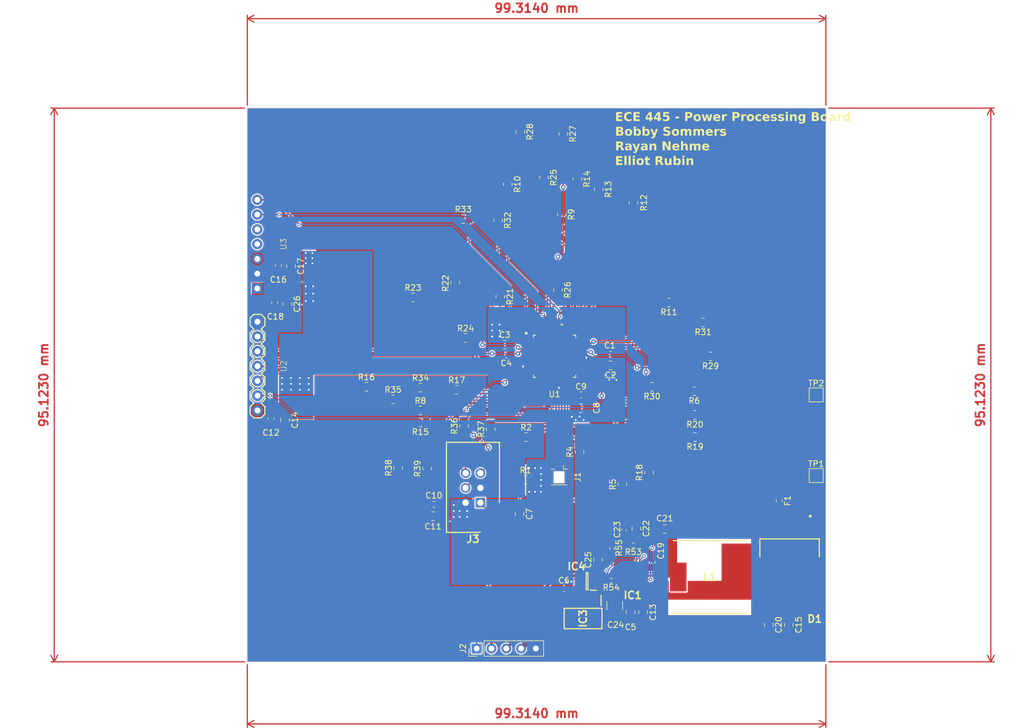
<source format=kicad_pcb>
(kicad_pcb (version 20221018) (generator pcbnew)
  (layers (0 "F.Cu" signal) (31 "B.Cu" signal) (34 "B.Paste" user) (35 "F.Paste" user) (36 "B.SilkS" user "B.Silkscreen") (37 "F.SilkS" user "F.Silkscreen") (38 "B.Mask" user) (39 "F.Mask" user) (44 "Edge.Cuts" user))
  (net 0 "")
  (net 1 "GND")
  (net 2 "/cathode")
  (net 3 "/fb_2")
  (net 4 "Net-(IC1-COMP)")
  (net 5 "/sw_1")
  (net 6 "/10V_SUPP")
  (net 7 "Net-(IC1-BST)")
  (net 8 "Net-(IC1-VCC)")
  (net 9 "/3.3V_SUPP")
  (net 10 "/3V_SUPP")
  (net 11 "Net-(J1-In)")
  (net 12 "Net-(J3-~{MCLR}{slash}VPP)")
  (net 13 "Net-(C23-Pad2)")
  (net 14 "/VCO_Tune")
  (net 15 "/ICSPDAT")
  (net 16 "/ICSPCLK")
  (net 17 "Net-(J3-PGM{slash}LVP)")
  (net 18 "Net-(U1-RE3{slash}*MCLR{slash}VPP)")
  (net 19 "/cd")
  (net 20 "Net-(U1-RA1)")
  (net 21 "Net-(U1-RA4)")
  (net 22 "Net-(U1-RA7)")
  (net 23 "/sdo1")
  (net 24 "Net-(U1-RB5)")
  (net 25 "Net-(U1-RC2)")
  (net 26 "Net-(U1-RC5)")
  (net 27 "Net-(U1-RF0)")
  (net 28 "Net-(U1-RF1)")
  (net 29 "Net-(U1-RF2)")
  (net 30 "Net-(U1-RF3)")
  (net 31 "Net-(U1-RF4)")
  (net 32 "Net-(U1-RF5)")
  (net 33 "Net-(U1-RF6)")
  (net 34 "Net-(U1-RE0)")
  (net 35 "Net-(U1-RE1)")
  (net 36 "Net-(U1-RE2)")
  (net 37 "Net-(U1-RD4)")
  (net 38 "Net-(U1-RD5)")
  (net 39 "Net-(U1-RD6)")
  (net 40 "Net-(U1-RD7)")
  (net 41 "Net-(U1-RD0)")
  (net 42 "Net-(U1-RD1)")
  (net 43 "Net-(U1-RD2)")
  (net 44 "Net-(U1-RD3)")
  (net 45 "Net-(U1-RA6)")
  (net 46 "Net-(U1-RC1)")
  (net 47 "Net-(U1-RC0)")
  (net 48 "Net-(U1-RC6)")
  (net 49 "Net-(U1-RC7)")
  (net 50 "Net-(U1-RF7)")
  (net 51 "Net-(U1-RB4)")
  (net 52 "Net-(U1-RB6{slash}ICSPCLK)")
  (net 53 "Net-(U1-RB7{slash}ICSPDAT)")
  (net 54 "/sck1")
  (net 55 "/sdi1")
  (net 56 "/ss1")
  (net 57 "/scl1")
  (net 58 "/sda")
  (net 61 "/anode")
  (net 62 "Net-(F1-Pad1)")
  (footprint "Resistor_SMD:R_0402_1005Metric_Pad0.72x0.64mm_HandSolder" (layer "F.Cu") (at 173.736 138.0115 90)
    (fp_text reference "R55")
    (fp_text value "48.7k")
  )
  (footprint "Capacitor_SMD:C_0603_1608Metric_Pad1.08x0.95mm_HandSolder" (layer "F.Cu") (at 168.402 111.633)
    (fp_text reference "C9")
    (fp_text value ".01u")
  )
  (footprint "Resistor_SMD:R_0805_2012Metric_Pad1.20x1.40mm_HandSolder" (layer "F.Cu") (at 148.193 81.407)
    (fp_text reference "R33")
    (fp_text value "10k")
  )
  (footprint "Capacitor_SMD:C_0603_1608Metric_Pad1.08x0.95mm_HandSolder" (layer "F.Cu") (at 143.1555 130.429 180)
    (fp_text reference "C10")
    (fp_text value ".01u")
  )
  (footprint "Resistor_SMD:R_0805_2012Metric_Pad1.20x1.40mm_HandSolder" (layer "F.Cu") (at 162.052 74.279 -90)
    (fp_text reference "R25")
    (fp_text value "10k")
  )
  (footprint "Resistor_SMD:R_0805_2012Metric_Pad1.20x1.40mm_HandSolder" (layer "F.Cu") (at 175.514 127 90)
    (fp_text reference "R5")
    (fp_text value "10k")
  )
  (footprint "Capacitor_SMD:C_0805_2012Metric_Pad1.18x1.45mm_HandSolder" (layer "F.Cu") (at 117.602 115.951 -90)
    (fp_text reference "C14")
    (fp_text value "100n")
  )
  (footprint "shields:MPL3115A2" (layer "F.Cu") (at 117.8305 85.725 90)
    (fp_text reference "U3")
    (fp_text value "~")
  )
  (footprint "Capacitor_SMD:C_0805_2012Metric_Pad1.18x1.45mm_HandSolder" (layer "F.Cu") (at 143.002 132.461 180)
    (fp_text reference "C11")
    (fp_text value "100n")
  )
  (footprint "dr127:INDPM125125X800N" (layer "F.Cu") (at 190.5 142.915 180)
    (fp_text reference "L1")
    (fp_text value "DR127-3R3-R" hide)
  )
  (footprint "Capacitor_SMD:C_0805_2012Metric_Pad1.18x1.45mm_HandSolder" (layer "F.Cu") (at 177.915 134.5985 -90)
    (fp_text reference "C22")
    (fp_text value "82p")
  )
  (footprint "Capacitor_SMD:C_0805_2012Metric_Pad1.18x1.45mm_HandSolder" (layer "F.Cu") (at 157.861 132.1015 -90)
    (fp_text reference "C7")
    (fp_text value ".1u")
  )
  (footprint "Capacitor_SMD:C_0805_2012Metric_Pad1.18x1.45mm_HandSolder" (layer "F.Cu") (at 171.323 139.954 90)
    (fp_text reference "C25")
    (fp_text value "10u")
  )
  (footprint "Resistor_SMD:R_0805_2012Metric_Pad1.20x1.40mm_HandSolder" (layer "F.Cu") (at 140.843 116.332)
    (fp_text reference "R15")
    (fp_text value "10k")
  )
  (footprint "Resistor_SMD:R_0805_2012Metric_Pad1.20x1.40mm_HandSolder" (layer "F.Cu") (at 167.767 74.533 -90)
    (fp_text reference "R14")
    (fp_text value "10k")
  )
  (footprint "TestPoint:TestPoint_Pad_2.0x2.0mm" (layer "F.Cu") (at 208.788 111.633)
    (fp_text reference "TP2")
    (fp_text value "TestPoint")
  )
  (footprint "Connector_PinHeader_2.54mm:PinHeader_1x05_P2.54mm_Vertical" (layer "F.Cu") (at 150.495 155.194 90)
    (fp_text reference "J2")
    (fp_text value "Conn_01x05")
  )
  (footprint "Resistor_SMD:R_0805_2012Metric_Pad1.20x1.40mm_HandSolder" (layer "F.Cu") (at 152.908 117.5352 90)
    (fp_text reference "R37")
    (fp_text value "50")
  )
  (footprint "Connector_Coaxial:U.FL_Hirose_U.FL-R-SMT-1_Vertical" (layer "F.Cu") (at 164.641 125.255 -90)
    (fp_text reference "J1")
    (fp_text value "Conn_Coaxial")
  )
  (footprint "Capacitor_SMD:C_0805_2012Metric_Pad1.18x1.45mm_HandSolder" (layer "F.Cu") (at 176.911 148.971 -90)
    (fp_text reference "C5")
    (fp_text value "10u")
  )
  (footprint "Capacitor_SMD:C_0805_2012Metric_Pad1.18x1.45mm_HandSolder" (layer "F.Cu") (at 117.983 96.012 -90)
    (fp_text reference "C26")
    (fp_text value "100n")
  )
  (footprint "Resistor_SMD:R_0805_2012Metric_Pad1.20x1.40mm_HandSolder" (layer "F.Cu") (at 183.499 95.758 180)
    (fp_text reference "R11")
    (fp_text value "10k")
  )
  (footprint "Resistor_SMD:R_0402_1005Metric_Pad0.72x0.64mm_HandSolder" (layer "F.Cu") (at 173.603 143.538 180)
    (fp_text reference "R54")
    (fp_text value "768k")
  )
  (footprint "Capacitor_SMD:C_0603_1608Metric_Pad1.08x0.95mm_HandSolder" (layer "F.Cu") (at 180.6448 140.3604 90)
    (fp_text reference "C19")
    (fp_text value "2.2u")
  )
  (footprint "Capacitor_SMD:C_0603_1608Metric_Pad1.08x0.95mm_HandSolder" (layer "F.Cu") (at 115.824 95.758 -90)
    (fp_text reference "C18")
    (fp_text value ".01u")
  )
  (footprint "Capacitor_SMD:C_1210_3225Metric_Pad1.33x2.70mm_HandSolder" (layer "F.Cu") (at 174.1932 147.828 -90)
    (fp_text reference "C24")
    (fp_text value "47u")
  )
  (footprint "Resistor_SMD:R_0805_2012Metric_Pad1.20x1.40mm_HandSolder" (layer "F.Cu") (at 187.96 115.062 180)
    (fp_text reference "R20")
    (fp_text value "10k")
  )
  (footprint "Resistor_SMD:R_0805_2012Metric_Pad1.20x1.40mm_HandSolder" (layer "F.Cu") (at 154.559 94.742 -90)
    (fp_text reference "R21")
    (fp_text value "10k")
  )
  (footprint "Resistor_SMD:R_0805_2012Metric_Pad1.20x1.40mm_HandSolder" (layer "F.Cu") (at 165.354 66.786 -90)
    (fp_text reference "R27")
    (fp_text value "10k")
  )
  (footprint "AZ1117:SOT230P700X180-4N" (layer "F.Cu") (at 168.7576 150.0378 -90)
    (fp_text reference "IC3")
    (fp_text value "AZ1117CH2-3.3TRG1" hide)
  )
  (footprint "Resistor_SMD:R_0805_2012Metric_Pad1.20x1.40mm_HandSolder" (layer "F.Cu") (at 140.859 110.363)
    (fp_text reference "R34")
    (fp_text value "10k")
  )
  (footprint "Fuse:Fuse_0603_1608Metric_Pad1.05x0.95mm_HandSolder" (layer "F.Cu") (at 202.438 129.808 -90)
    (fp_text reference "F1")
    (fp_text value "Fuse")
  )
  (footprint "Capacitor_SMD:C_0805_2012Metric_Pad1.18x1.45mm_HandSolder" (layer "F.Cu") (at 200.66 151.13 -90)
    (fp_text reference "C20")
    (fp_text value "10u")
  )
  (footprint "Resistor_SMD:R_0402_1005Metric_Pad0.72x0.64mm_HandSolder" (layer "F.Cu") (at 177.3815 137.4648)
    (fp_text reference "R53")
    (fp_text value "28.7k")
  )
  (footprint "Capacitor_SMD:C_0805_2012Metric_Pad1.18x1.45mm_HandSolder" (layer "F.Cu") (at 155.321 102.997)
    (fp_text reference "C3")
    (fp_text value "100n")
  )
  (footprint "Capacitor_SMD:C_0402_1005Metric_Pad0.74x0.62mm_HandSolder" (layer "F.Cu") (at 175.768 134.8232 -90)
    (fp_text reference "C23")
    (fp_text value "39n")
  )
  (footprint "Capacitor_SMD:C_0805_2012Metric_Pad1.18x1.45mm_HandSolder" (layer "F.Cu") (at 118.618 89.535 -90)
    (fp_text reference "C17")
    (fp_text value "100n")
  )
  (footprint "Resistor_SMD:R_0805_2012Metric_Pad1.20x1.40mm_HandSolder" (layer "F.Cu") (at 157.988 66.421 -90)
    (fp_text reference "R28")
    (fp_text value "10k")
  )
  (footprint "Resistor_SMD:R_0805_2012Metric_Pad1.20x1.40mm_HandSolder" (layer "F.Cu") (at 146.812 92.329 -90)
    (fp_text reference "R22")
    (fp_text value "10k")
  )
  (footprint "sm746:TO254P1524X483-4N" (layer "F.Cu") (at 204.216 140.512 -90)
    (fp_text reference "D1")
    (fp_text value "SM74611KTTR" hide)
  )
  (footprint "Capacitor_SMD:C_0805_2012Metric_Pad1.18x1.45mm_HandSolder" (layer "F.Cu") (at 179.07 148.971 -90)
    (fp_text reference "C13")
    (fp_text value "1u")
  )
  (footprint "Resistor_SMD:R_0805_2012Metric_Pad1.20x1.40mm_HandSolder" (layer "F.Cu") (at 148.59 101.854)
    (fp_text reference "R24")
    (fp_text value "10k")
  )
  (footprint "Resistor_SMD:R_0805_2012Metric_Pad1.20x1.40mm_HandSolder" (layer "F.Cu") (at 171.45 76.311 -90)
    (fp_text reference "R13")
    (fp_text value "10k")
  )
  (footprint "Capacitor_SMD:C_0603_1608Metric_Pad1.08x0.95mm_HandSolder" (layer "F.Cu") (at 115.189 115.697 -90)
    (fp_text reference "C12")
    (fp_text value ".01u")
  )
  (footprint "ap7sa:SOT96P240X110-3N" (layer "F.Cu") (at 169.452 143.637 180)
    (fp_text reference "IC4")
    (fp_text value "AP7375-50SA-7" hide)
  )
  (footprint "Capacitor_SMD:C_0805_2012Metric_Pad1.18x1.45mm_HandSolder" (layer "F.Cu") (at 204.089 151.13 -90)
    (fp_text reference "C15")
    (fp_text value "100n")
  )
  (footprint "Resistor_SMD:R_0805_2012Metric_Pad1.20x1.40mm_HandSolder" (layer "F.Cu") (at 158.988 118.872)
    (fp_text reference "R2")
    (fp_text value "100")
  )
  (footprint "tpsqqr:TPS61288RQQR" (layer "F.Cu") (at 177.292 142.494 -90)
    (fp_text reference "IC1")
    (fp_text value "TPS61288RQQR" hide)
  )
  (footprint "Capacitor_SMD:C_0603_1608Metric_Pad1.08x0.95mm_HandSolder" (layer "F.Cu") (at 155.575 104.775)
    (fp_text reference "C4")
    (fp_text value ".01u")
  )
  (footprint "Resistor_SMD:R_0805_2012Metric_Pad1.20x1.40mm_HandSolder" (layer "F.Cu") (at 189.373 99.187 180)
    (fp_text reference "R31")
    (fp_text value "10k")
  )
  (footprint "Resistor_SMD:R_0805_2012Metric_Pad1.20x1.40mm_HandSolder" (layer "F.Cu") (at 140.827 114.3)
    (fp_text reference "R8")
    (fp_text value "10k")
  )
  (footprint "Resistor_SMD:R_0805_2012Metric_Pad1.20x1.40mm_HandSolder" (layer "F.Cu") (at 180.086 124.968 90)
    (fp_text reference "R18")
    (fp_text value "10k")
  )
  (footprint "Resistor_SMD:R_0805_2012Metric_Pad1.20x1.40mm_HandSolder" (layer "F.Cu") (at 158.877 126.238)
    (fp_text reference "R1")
    (fp_text value "10k")
  )
  (footprint "Resistor_SMD:R_0805_2012Metric_Pad1.20x1.40mm_HandSolder" (layer "F.Cu") (at 164.465 93.599 -90)
    (fp_text reference "R26")
    (fp_text value "10k")
  )
  (footprint "Resistor_SMD:R_0805_2012Metric_Pad1.20x1.40mm_HandSolder" (layer "F.Cu") (at 154.178 81.645 -90)
    (fp_text reference "R32")
    (fp_text value "10k")
  )
  (footprint "Capacitor_SMD:C_0805_2012Metric_Pad1.18x1.45mm_HandSolder" (layer "F.Cu") (at 168.402 113.919)
    (fp_text reference "C8")
    (fp_text value "100n")
  )
  (footprint "Resistor_SMD:R_0805_2012Metric_Pad1.20x1.40mm_HandSolder" (layer "F.Cu") (at 148.336 116.967 90)
    (fp_text reference "R36")
    (fp_text value "50")
  )
  (footprint "Resistor_SMD:R_0805_2012Metric_Pad1.20x1.40mm_HandSolder" (layer "F.Cu") (at 165.1 80.629 -90)
    (fp_text reference "R9")
    (fp_text value "10k")
  )
  (footprint "Capacitor_SMD:C_0603_1608Metric_Pad1.08x0.95mm_HandSolder" (layer "F.Cu") (at 165.481 144.907 180)
    (fp_text reference "C6")
    (fp_text value "22u")
  )
  (footprint "Resistor_SMD:R_0805_2012Metric_Pad1.20x1.40mm_HandSolder" (layer "F.Cu") (at 180.594 110.236 180)
    (fp_text reference "R30")
    (fp_text value "10k")
  )
  (footprint "Resistor_SMD:R_0805_2012Metric_Pad1.20x1.40mm_HandSolder" (layer "F.Cu") (at 190.643 105.029 180)
    (fp_text reference "R29")
    (fp_text value "10k")
  )
  (footprint "Resistor_SMD:R_0805_2012Metric_Pad1.20x1.40mm_HandSolder" (layer "F.Cu") (at 177.419 78.597 -90)
    (fp_text reference "R12")
    (fp_text value "10k")
  )
  (footprint "Capacitor_SMD:C_0805_2012Metric_Pad1.18x1.45mm_HandSolder" (layer "F.Cu") (at 173.482 106.553 180)
    (fp_text reference "C2")
    (fp_text value "100n")
  )
  (footprint "Resistor_SMD:R_0805_2012Metric_Pad1.20x1.40mm_HandSolder" (layer "F.Cu") (at 147.066 110.744)
    (fp_text reference "R17")
    (fp_text value "10k")
  )
  (footprint "Resistor_SMD:R_0805_2012Metric_Pad1.20x1.40mm_HandSolder" (layer "F.Cu") (at 139.557 94.869)
    (fp_text reference "R23")
    (fp_text value "10k")
  )
  (footprint "Capacitor_SMD:C_0805_2012Metric_Pad1.18x1.45mm_HandSolder" (layer "F.Cu") (at 182.8038 134.6708 180)
    (fp_text reference "C21")
    (fp_text value "100n")
  )
  (footprint "Resistor_SMD:R_0805_2012Metric_Pad1.20x1.40mm_HandSolder" (layer "F.Cu") (at 155.829 75.438 -90)
    (fp_text reference "R10")
    (fp_text value "10k")
  )
  (footprint "Resistor_SMD:R_0805_2012Metric_Pad1.20x1.40mm_HandSolder" (layer "F.Cu") (at 136.144 112.395)
    (fp_text reference "R35")
    (fp_text value "10k")
  )
  (footprint "Capacitor_SMD:C_0603_1608Metric_Pad1.08x0.95mm_HandSolder" (layer "F.Cu") (at 173.4555 104.648 180)
    (fp_text reference "C1")
    (fp_text value ".01u")
  )
  (footprint "Resistor_SMD:R_0805_2012Metric_Pad1.20x1.40mm_HandSolder" (layer "F.Cu") (at 168.148 121.412 90)
    (fp_text reference "R4")
    (fp_text value "10k")
  )
  (footprint "Resistor_SMD:R_0805_2012Metric_Pad1.20x1.40mm_HandSolder" (layer "F.Cu") (at 137.033 124.158 90)
    (fp_text reference "R38")
    (fp_text value "DNP")
  )
  (footprint "Resistor_SMD:R_0805_2012Metric_Pad1.20x1.40mm_HandSolder" (layer "F.Cu") (at 187.976 118.872 180)
    (fp_text reference "R19")
    (fp_text value "10k")
  )
  (footprint "612006:SHDR6W64P254_2X3_1528X910X910P" (layer "F.Cu") (at 151.13 130.143 90)
    (fp_text reference "J3")
    (fp_text value "Conn_PIC_ICSP_ICD" hide)
  )
  (footprint "Resistor_SMD:R_0805_2012Metric_Pad1.20x1.40mm_HandSolder" (layer "F.Cu") (at 141.986 124.285 90)
    (fp_text reference "R39")
    (fp_text value "DNP")
  )
  (footprint "TestPoint:TestPoint_Pad_2.0x2.0mm" (layer "F.Cu") (at 208.788 125.476)
    (fp_text reference "TP1")
    (fp_text value "TestPoint")
  )
  (footprint "Resistor_SMD:R_0805_2012Metric_Pad1.20x1.40mm_HandSolder" (layer "F.Cu") (at 131.572 110.236)
    (fp_text reference "R16")
    (fp_text value "10k")
  )
  (footprint "shields:shifting_microsd" (layer "F.Cu") (at 117.8688 106.68 90)
    (fp_text reference "U2")
    (fp_text value "~")
  )
  (footprint "Capacitor_SMD:C_0603_1608Metric_Pad1.08x0.95mm_HandSolder" (layer "F.Cu") (at 116.459 89.408 -90)
    (fp_text reference "C16")
    (fp_text value ".01u")
  )
  (footprint "Resistor_SMD:R_0805_2012Metric_Pad1.20x1.40mm_HandSolder" (layer "F.Cu") (at 187.849 110.998 180)
    (fp_text reference "R6")
    (fp_text value "10k")
  )
  (footprint "footprints:TQFP48_PT_MCH-M" (layer "F.Cu") (at 163.872499 104.985)
    (fp_text reference "U1")
    (fp_text value "PIC18F56Q71-I/PT")
  )
  (gr_rect (start 111.125 62.357) (end 210.439 157.48) (stroke (width 0.1)) (fill none) (layer "Edge.Cuts"))
  (gr_text "ECE 445 - Power Processing Board\nBobby Sommers\nRayan Nehme\nElliot Rubin\n" (at 174.244 72.39) (layer "F.SilkS") (effects (font (size 1.5 1.5) (thickness 0.3) bold) (justify left bottom)))
  (dimension (type aligned) (layer "F.Cu") (pts (xy 210.439 62.357) (xy 111.125 62.357)) (height 15.366999) (gr_text "99.3140 mm" (at 160.782 45.190001) (layer "F.Cu") (effects (font (size 1.5 1.5) (thickness 0.3)))) (format (prefix "") (suffix "") (units 3) (units_format 1) (precision 4)) (style (thickness 0.2) (arrow_length 1.27) (text_position_mode 0) (extension_height 0.58642) (extension_offset 0.5) keep_text_aligned))
  (dimension (type aligned) (layer "F.Cu") (pts (xy 111.125 157.48) (xy 210.439 157.48)) (height 10.668) (gr_text "99.3140 mm" (at 160.782 166.348) (layer "F.Cu") (effects (font (size 1.5 1.5) (thickness 0.3)))) (format (prefix "") (suffix "") (units 3) (units_format 1) (precision 4)) (style (thickness 0.2) (arrow_length 1.27) (text_position_mode 0) (extension_height 0.58642) (extension_offset 0.5) keep_text_aligned))
  (dimension (type aligned) (layer "F.Cu") (pts (xy 210.439 157.48) (xy 210.439 62.357)) (height 28.321) (gr_text "95.1230 mm" (at 236.96 109.9185 90) (layer "F.Cu") (effects (font (size 1.5 1.5) (thickness 0.3)))) (format (prefix "") (suffix "") (units 3) (units_format 1) (precision 4)) (style (thickness 0.2) (arrow_length 1.27) (text_position_mode 0) (extension_height 0.58642) (extension_offset 0.5) keep_text_aligned))
  (dimension (type aligned) (layer "F.Cu") (pts (xy 111.125 62.357) (xy 111.125 157.48)) (height 33.146999) (gr_text "95.1230 mm" (at 76.178001 109.9185 90) (layer "F.Cu") (effects (font (size 1.5 1.5) (thickness 0.3)))) (format (prefix "") (suffix "") (units 3) (units_format 1) (precision 4)) (style (thickness 0.2) (arrow_length 1.27) (text_position_mode 0) (extension_height 0.58642) (extension_offset 0.5) keep_text_aligned))
  (segment (start 172.9486 141.8082) (end 173.736 141.0208) (width 0.2) (layer "F.Cu") (net 3))
  (segment (start 173.736 141.0208) (end 173.736 138.609) (width 0.2) (layer "F.Cu") (net 3))
  (segment (start 172.9486 141.8082) (end 172.9486 143.4811) (width 0.2) (layer "F.Cu") (net 3))
  (segment (start 178.167 141.081) (end 178.167 140.3744) (width 0.2) (layer "F.Cu") (net 3))
  (segment (start 172.9486 143.4811) (end 173.0055 143.538) (width 0.2) (layer "F.Cu") (net 3))
  (segment (start 178.167 140.3744) (end 179.2478 139.2936) (width 0.2) (layer "F.Cu") (net 3))
  (via (at 179.2478 139.2936) (size 0.6) (drill 0.3) (layers "F.Cu" "B.Cu") (net 3))
  (via (at 172.9486 141.8082) (size 0.6) (drill 0.3) (layers "F.Cu" "B.Cu") (net 3))
  (segment (start 174.9648 139.792) (end 172.9486 141.8082) (width 0.2) (layer "B.Cu") (net 3))
  (segment (start 179.2478 139.2936) (end 178.7494 139.792) (width 0.2) (layer "B.Cu") (net 3))
  (segment (start 178.7494 139.792) (end 174.9648 139.792) (width 0.2) (layer "B.Cu") (net 3))
  (segment (start 177.927 135.648) (end 177.915 135.636) (width 0.2) (layer "F.Cu") (net 4))
  (segment (start 177.9778 137.466) (end 177.979 137.4648) (width 0.2) (layer "F.Cu") (net 4))
  (segment (start 177.979 137.4648) (end 177.927 137.4128) (width 0.2) (layer "F.Cu") (net 4))
  (segment (start 177.667 140.308714) (end 177.9778 139.997914) (width 0.2) (layer "F.Cu") (net 4))
  (segment (start 177.927 137.4128) (end 177.927 135.648) (width 0.2) (layer "F.Cu") (net 4))
  (segment (start 177.667 141.069) (end 177.667 140.308714) (width 0.2) (layer "F.Cu") (net 4))
  (segment (start 177.9778 139.997914) (end 177.9778 137.466) (width 0.2) (layer "F.Cu") (net 4))
  (segment (start 170.4717 149.987) (end 174.1932 146.2655) (width 1) (layer "F.Cu") (net 6))
  (segment (start 158.115 155.194) (end 163.322 149.987) (width 1) (layer "F.Cu") (net 6))
  (segment (start 163.322 149.987) (end 170.4717 149.987) (width 1) (layer "F.Cu") (net 6))
  (segment (start 180.6702 136.4488) (end 180.6702 137.9474) (width 0.2) (layer "F.Cu") (net 7))
  (segment (start 180.6702 135.7669) (end 180.6702 136.4488) (width 0.2) (layer "F.Cu") (net 7))
  (segment (start 180.34 143.3068) (end 178.5298 143.3068) (width 0.2) (layer "F.Cu") (net 7))
  (segment (start 178.5298 143.3068) (end 178.467 143.244) (width 0.2) (layer "F.Cu") (net 7))
  (segment (start 181.7663 134.6708) (end 180.6702 135.7669) (width 0.2) (layer "F.Cu") (net 7))
  (via (at 180.34 143.3068) (size 0.6) (drill 0.3) (layers "F.Cu" "B.Cu") (net 7))
  (via (at 180.6702 137.9474) (size 0.6) (drill 0.3) (layers "F.Cu" "B.Cu") (net 7))
  (segment (start 180.6702 137.9474) (end 180.34 138.2776) (width 0.2) (layer "B.Cu") (net 7))
  (segment (start 180.34 138.2776) (end 180.34 143.3068) (width 0.2) (layer "B.Cu") (net 7))
  (segment (start 155.575 155.194) (end 163.8312 146.9378) (width 0.5) (layer "F.Cu") (net 9))
  (segment (start 163.8312 146.9378) (end 166.4576 146.9378) (width 0.5) (layer "F.Cu") (net 9))
  (segment (start 137.033 125.158) (end 139.382 125.158) (width 0.5) (layer "F.Cu") (net 9))
  (segment (start 167.343 111.8295) (end 167.5395 111.633) (width 0.2) (layer "F.Cu") (net 9))
  (segment (start 139.382 125.158) (end 144.018 129.794) (width 0.5) (layer "F.Cu") (net 9))
  (segment (start 144.018 129.794) (end 144.018 130.429) (width 0.5) (layer "F.Cu") (net 9))
  (segment (start 148.336 130.397) (end 148.59 130.143) (width 0.2) (layer "F.Cu") (net 9))
  (via (at 122.301 88.138) (size 0.6) (drill 0.3) (layers "F.Cu" "B.Cu") (net 9))
  (via (at 173.8376 108.204) (size 0.6) (drill 0.3) (layers "F.Cu" "B.Cu") (net 9))
  (via (at 118.618 108.712) (size 0.6) (drill 0.3) (layers "F.Cu" "B.Cu") (net 9))
  (via (at 121.666 109.728) (size 0.6) (drill 0.3) (layers "F.Cu" "B.Cu") (net 9))
  (via (at 168.8592 115.9256) (size 0.6) (drill 0.3) (layers "F.Cu" "B.Cu") (net 9))
  (via (at 160.528 128.27) (size 0.6) (drill 0.3) (layers "F.Cu" "B.Cu") (net 9))
  (via (at 153.162 99.568) (size 0.6) (drill 0.3) (layers "F.Cu" "B.Cu") (net 9))
  (via (at 122.301 89.027) (size 0.6) (drill 0.3) (layers "F.Cu" "B.Cu") (net 9))
  (via (at 173.2788 109.0168) (size 0.6) (drill 0.3) (layers "F.Cu" "B.Cu") (net 9))
  (via (at 121.666 108.712) (size 0.6) (drill 0.3) (layers "F.Cu" "B.Cu") (net 9))
  (via (at 154.432 99.568) (size 0.6) (drill 0.3) (layers "F.Cu" "B.Cu") (net 9))
  (via (at 120.142 109.728) (size 0.6) (drill 0.3) (layers "F.Cu" "B.Cu") (net 9))
  (via (at 121.158 87.249) (size 0.6) (drill 0.3) (layers "F.Cu" "B.Cu") (net 9))
  (via (at 120.142 108.712) (size 0.6) (drill 0.3) (layers "F.Cu" "B.Cu") (net 9))
  (via (at 166.8272 115.3668) (size 0.6) (drill 0.3) (layers "F.Cu" "B.Cu") (net 9))
  (via (at 117.094 109.728) (size 0.6) (drill 0.3) (layers "F.Cu" "B.Cu") (net 9))
  (via (at 122.301 87.249) (size 0.6) (drill 0.3) (layers "F.Cu" "B.Cu") (net 9))
  (via (at 154.432 101.6) (size 0.6) (drill 0.3) (layers "F.Cu" "B.Cu") (net 9))
  (via (at 153.162 100.584) (size 0.6) (drill 0.3) (layers "F.Cu" "B.Cu") (net 9))
  (via (at 159.512 128.27) (size 0.6) (drill 0.3) (layers "F.Cu" "B.Cu") (net 9))
  (via (at 148.844 132.588) (size 0.6) (drill 0.3) (layers "F.Cu" "B.Cu") (net 9))
  (via (at 172.6184 108.204) (size 0.6) (drill 0.3) (layers "F.Cu" "B.Cu") (net 9))
  (via (at 153.162 101.6) (size 0.6) (drill 0.3) (layers "F.Cu" "B.Cu") (net 9))
  (via (at 146.558 131.572) (size 0.6) (drill 0.3) (layers "F.Cu" "B.Cu") (net 9))
  (via (at 121.158 88.138) (size 0.6) (drill 0.3) (layers "F.Cu" "B.Cu") (net 9))
  (via (at 146.558 132.588) (size 0.6) (drill 0.3) (layers "F.Cu" "B.Cu") (net 9))
  (via (at 168.148 115.3668) (size 0.6) (drill 0.3) (layers "F.Cu" "B.Cu") (net 9))
  (via (at 174.498 109.0676) (size 0.6) (drill 0.3) (layers "F.Cu" "B.Cu") (net 9))
  (via (at 122.428 94.234) (size 0.6) (drill 0.3) (layers "F.Cu" "B.Cu") (net 9))
  (via (at 118.618 109.728) (size 0.6) (drill 0.3) (layers "F.Cu" "B.Cu") (net 9))
  (via (at 117.094 110.744) (size 0.6) (drill 0.3) (layers "F.Cu" "B.Cu") (net 9))
  (via (at 122.428 95.504) (size 0.6) (drill 0.3) (layers "F.Cu" "B.Cu") (net 9))
  (via (at 147.574 131.572) (size 0.6) (drill 0.3) (layers "F.Cu" "B.Cu") (net 9))
  (via (at 161.544 125.222) (size 0.6) (drill 0.3) (layers "F.Cu" "B.Cu") (net 9))
  (via (at 121.666 110.744) (size 0.6) (drill 0.3) (layers "F.Cu" "B.Cu") (net 9))
  (via (at 161.544 124.206) (size 0.6) (drill 0.3) (layers "F.Cu" "B.Cu") (net 9))
  (via (at 159.512 124.206) (size 0.6) (drill 0.3) (layers "F.Cu" "B.Cu") (net 9))
  (via (at 154.432 100.584) (size 0.6) (drill 0.3) (layers "F.Cu" "B.Cu") (net 9))
  (via (at 148.844 131.572) (size 0.6) (drill 0.3) (layers "F.Cu" "B.Cu") (net 9))
  (via (at 167.4876 115.9256) (size 0.6) (drill 0.3) (layers "F.Cu" "B.Cu") (net 9))
  (via (at 160.528 124.206) (size 0.6) (drill 0.3) (layers "F.Cu" "B.Cu") (net 9))
  (via (at 117.094 108.712) (size 0.6) (drill 0.3) (layers "F.Cu" "B.Cu") (net 9))
  (via (at 120.142 110.744) (size 0.6) (drill 0.3) (layers "F.Cu" "B.Cu") (net 9))
  (via (at 121.158 92.964) (size 0.6) (drill 0.3) (layers "F.Cu" "B.Cu") (net 9))
  (via (at 161.544 128.27) (size 0.6) (drill 0.3) (layers "F.Cu" "B.Cu") (net 9))
  (via (at 147.574 132.588) (size 0.6) (drill 0.3) (layers "F.Cu" "B.Cu") (net 9))
  (via (at 121.158 94.234) (size 0.6) (drill 0.3) (layers "F.Cu" "B.Cu") (net 9))
  (via (at 121.158 95.504) (size 0.6) (drill 0.3) (layers "F.Cu" "B.Cu") (net 9))
  (via (at 161.544 126.238) (size 0.6) (drill 0.3) (layers "F.Cu" "B.Cu") (net 9))
  (via (at 122.428 92.964) (size 0.6) (drill 0.3) (layers "F.Cu" "B.Cu") (net 9))
  (via (at 161.544 127.254) (size 0.6) (drill 0.3) (layers "F.Cu" "B.Cu") (net 9))
  (via (at 165.9636 143.7132) (size 0.6) (drill 0.3) (layers "F.Cu" "B.Cu") (net 9))
  (via (at 146.558 130.556) (size 0.6) (drill 0.3) (layers "F.Cu" "B.Cu") (net 9))
  (via (at 118.618 110.744) (size 0.6) (drill 0.3) (layers "F.Cu" "B.Cu") (net 9))
  (via (at 166.7256 143.7132) (size 0.6) (drill 0.3) (layers "F.Cu" "B.Cu") (net 9))
  (via (at 121.158 89.027) (size 0.6) (drill 0.3) (layers "F.Cu" "B.Cu") (net 9))
  (segment (start 153.035 153.991919) (end 164.349919 142.677) (width 0.5) (layer "F.Cu") (net 10))
  (segment (start 153.035 155.194) (end 153.035 153.991919) (width 0.5) (layer "F.Cu") (net 10))
  (segment (start 164.349919 142.677) (end 170.502 142.677) (width 0.5) (layer "F.Cu") (net 10))
  (segment (start 165.122499 123.723501) (end 165.122499 109.260501) (width 0.2) (layer "F.Cu") (net 11))
  (segment (start 164.641 124.205) (end 165.122499 123.723501) (width 0.2) (layer "F.Cu") (net 11))
  (segment (start 157.988 126.127) (end 157.877 126.238) (width 0.2) (layer "F.Cu") (net 12))
  (segment (start 157.877 131.048) (end 157.861 131.064) (width 0.2) (layer "F.Cu") (net 12))
  (segment (start 157.877 126.238) (end 157.877 131.048) (width 0.2) (layer "F.Cu") (net 12))
  (segment (start 152.051 131.064) (end 151.13 130.143) (width 0.2) (layer "F.Cu") (net 12))
  (segment (start 157.861 131.064) (end 152.051 131.064) (width 0.2) (layer "F.Cu") (net 12))
  (segment (start 157.988 118.872) (end 157.988 126.127) (width 0.2) (layer "F.Cu") (net 12))
  (segment (start 176.784 137.4648) (end 175.768 136.4488) (width 0.2) (layer "F.Cu") (net 13))
  (segment (start 175.768 136.4488) (end 175.768 135.3907) (width 0.2) (layer "F.Cu") (net 13))
  (segment (start 166.1225 115.7035) (end 166.1225 109.260501) (width 0.2) (layer "F.Cu") (net 14))
  (segment (start 150.495 146.4564) (end 169.672 127.2794) (width 0.2) (layer "F.Cu") (net 14))
  (segment (start 150.495 155.194) (end 150.495 146.4564) (width 0.2) (layer "F.Cu") (net 14))
  (segment (start 169.672 127.2794) (end 169.672 119.253) (width 0.2) (layer "F.Cu") (net 14))
  (segment (start 169.672 119.253) (end 166.1225 115.7035) (width 0.2) (layer "F.Cu") (net 14))
  (segment (start 149.715 121.144) (end 149.715 126.478) (width 0.2) (layer "F.Cu") (net 15))
  (segment (start 152.3238 118.5352) (end 149.715 121.144) (width 0.2) (layer "F.Cu") (net 15))
  (segment (start 149.715 126.478) (end 148.59 127.603) (width 0.2) (layer "F.Cu") (net 15))
  (segment (start 152.908 118.5352) (end 152.3238 118.5352) (width 0.2) (layer "F.Cu") (net 15))
  (segment (start 149.463 117.967) (end 149.987 118.491) (width 0.2) (layer "F.Cu") (net 16))
  (segment (start 152.497975 120.65) (end 152.497975 123.695025) (width 0.2) (layer "F.Cu") (net 16))
  (segment (start 148.336 117.967) (end 149.463 117.967) (width 0.2) (layer "F.Cu") (net 16))
  (segment (start 152.497975 123.695025) (end 151.13 125.063) (width 0.2) (layer "F.Cu") (net 16))
  (via (at 152.497975 120.65) (size 0.8) (drill 0.4) (layers "F.Cu" "B.Cu") (net 16))
  (via (at 149.987 118.491) (size 0.8) (drill 0.4) (layers "F.Cu" "B.Cu") (net 16))
  (segment (start 151.100975 119.253) (end 150.749 119.253) (width 0.2) (layer "B.Cu") (net 16))
  (segment (start 150.749 119.253) (end 149.987 118.491) (width 0.2) (layer "B.Cu") (net 16))
  (segment (start 152.497975 120.65) (end 151.100975 119.253) (width 0.2) (layer "B.Cu") (net 16))
  (segment (start 139.827 120.396) (end 146.05 120.396) (width 0.2) (layer "F.Cu") (net 17))
  (segment (start 137.065 123.158) (end 139.827 120.396) (width 0.2) (layer "F.Cu") (net 17))
  (segment (start 148.59 122.936) (end 148.59 125.063) (width 0.2) (layer "F.Cu") (net 17))
  (segment (start 141.986 123.285) (end 146.812 123.285) (width 0.2) (layer "F.Cu") (net 17))
  (segment (start 146.05 120.396) (end 148.59 122.936) (width 0.2) (layer "F.Cu") (net 17))
  (segment (start 137.033 123.158) (end 137.065 123.158) (width 0.2) (layer "F.Cu") (net 17))
  (segment (start 146.812 123.285) (end 148.59 125.063) (width 0.2) (layer "F.Cu") (net 17))
  (segment (start 161.036 118.872) (end 164.6225 115.2855) (width 0.2) (layer "F.Cu") (net 18))
  (segment (start 164.6225 115.2855) (end 164.6225 109.260501) (width 0.2) (layer "F.Cu") (net 18))
  (segment (start 159.988 118.872) (end 161.036 118.872) (width 0.2) (layer "F.Cu") (net 18))
  (segment (start 112.8688 101.6) (end 112.8776 101.6) (width 0.25) (layer "F.Cu") (net 19))
  (segment (start 115.1636 103.886) (end 149.352 103.886) (width 0.25) (layer "F.Cu") (net 19))
  (segment (start 151.201001 105.735001) (end 159.596998 105.735001) (width 0.25) (layer "F.Cu") (net 19))
  (segment (start 112.8776 101.6) (end 115.1636 103.886) (width 0.25) (layer "F.Cu") (net 19))
  (segment (start 149.352 103.886) (end 151.201001 105.735001) (width 0.25) (layer "F.Cu") (net 19))
  (segment (start 168.148 119.888) (end 165.622498 117.362498) (width 0.2) (layer "F.Cu") (net 20))
  (segment (start 168.148 120.412) (end 168.148 119.888) (width 0.2) (layer "F.Cu") (net 20))
  (segment (start 165.622498 117.362498) (end 165.622498 109.260501) (width 0.2) (layer "F.Cu") (net 20))
  (segment (start 169.167 108.80804) (end 170.434 110.07504) (width 0.2) (layer "F.Cu") (net 21))
  (segment (start 168.148 107.735) (end 168.695 107.735) (width 0.2) (layer "F.Cu") (net 21))
  (segment (start 170.434 112.522) (end 175.514 117.602) (width 0.2) (layer "F.Cu") (net 21))
  (segment (start 169.167 108.207) (end 169.167 108.80804) (width 0.2) (layer "F.Cu") (net 21))
  (segment (start 175.514 117.602) (end 175.514 126) (width 0.2) (layer "F.Cu") (net 21))
  (segment (start 168.441 107.735) (end 168.148 107.735) (width 0.2) (layer "F.Cu") (net 21))
  (segment (start 168.695 107.735) (end 169.167 108.207) (width 0.2) (layer "F.Cu") (net 21))
  (segment (start 170.434 110.07504) (end 170.434 112.522) (width 0.2) (layer "F.Cu") (net 21))
  (segment (start 185.293 110.998) (end 186.849 110.998) (width 0.2) (layer "F.Cu") (net 22))
  (segment (start 168.180001 104.267) (end 168.148 104.234999) (width 0.2) (layer "F.Cu") (net 22))
  (segment (start 181.229 106.934) (end 185.293 110.998) (width 0.2) (layer "F.Cu") (net 22))
  (segment (start 170.053 104.267) (end 168.180001 104.267) (width 0.2) (layer "F.Cu") (net 22))
  (segment (start 178.054 106.934) (end 181.229 106.934) (width 0.2) (layer "F.Cu") (net 22))
  (via (at 170.053 104.267) (size 0.8) (drill 0.4) (layers "F.Cu" "B.Cu") (net 22))
  (via (at 178.054 106.934) (size 0.8) (drill 0.4) (layers "F.Cu" "B.Cu") (net 22))
  (segment (start 176.022 104.902) (end 170.688 104.902) (width 0.2) (layer "B.Cu") (net 22))
  (segment (start 170.688 104.902) (end 170.053 104.267) (width 0.2) (layer "B.Cu") (net 22))
  (segment (start 178.054 106.934) (end 176.022 104.902) (width 0.2) (layer "B.Cu") (net 22))
  (segment (start 149.477604 105.41) (end 150.302604 106.235) (width 0.25) (layer "F.Cu") (net 23))
  (segment (start 112.8688 104.14) (end 114.1388 105.41) (width 0.25) (layer "F.Cu") (net 23))
  (segment (start 150.302604 106.235) (end 159.596998 106.235) (width 0.25) (layer "F.Cu") (net 23))
  (segment (start 114.1388 105.41) (end 149.477604 105.41) (width 0.25) (layer "F.Cu") (net 23))
  (segment (start 161.8138 113.5222) (end 163.122498 112.213502) (width 0.2) (layer "F.Cu") (net 24))
  (segment (start 141.827 114.3) (end 142.6048 113.5222) (width 0.2) (layer "F.Cu") (net 24))
  (segment (start 163.122498 112.213502) (end 163.122498 109.260501) (width 0.2) (layer "F.Cu") (net 24))
  (segment (start 142.6048 113.5222) (end 161.8138 113.5222) (width 0.2) (layer "F.Cu") (net 24))
  (segment (start 165.122499 98.783501) (end 166.878 97.028) (width 0.2) (layer "F.Cu") (net 25))
  (segment (start 165.122499 100.709499) (end 165.122499 98.783501) (width 0.2) (layer "F.Cu") (net 25))
  (segment (start 165.1 83.4136) (end 165.1 81.629) (width 0.2) (layer "F.Cu") (net 25))
  (segment (start 166.878 85.1916) (end 165.1 83.4136) (width 0.2) (layer "F.Cu") (net 25))
  (segment (start 166.878 97.028) (end 166.878 85.1916) (width 0.2) (layer "F.Cu") (net 25))
  (segment (start 160.782 93.726) (end 160.782 97.79) (width 0.2) (layer "F.Cu") (net 26))
  (segment (start 155.829 76.438) (end 155.829 88.773) (width 0.2) (layer "F.Cu") (net 26))
  (segment (start 160.782 97.79) (end 161.622498 98.630498) (width 0.2) (layer "F.Cu") (net 26))
  (segment (start 161.622498 98.630498) (end 161.622498 100.709499) (width 0.2) (layer "F.Cu") (net 26))
  (segment (start 155.829 88.773) (end 160.782 93.726) (width 0.2) (layer "F.Cu") (net 26))
  (segment (start 182.499 97.478314) (end 178.210314 101.767) (width 0.2) (layer "F.Cu") (net 27))
  (segment (start 178.210314 101.767) (end 168.616 101.767) (width 0.2) (layer "F.Cu") (net 27))
  (segment (start 168.616 101.767) (end 168.148 102.235) (width 0.2) (layer "F.Cu") (net 27))
  (segment (start 182.499 95.758) (end 182.499 97.478314) (width 0.2) (layer "F.Cu") (net 27))
  (segment (start 177.419 79.597) (end 177.419 82.407) (width 0.2) (layer "F.Cu") (net 28))
  (segment (start 172.993 86.833) (end 172.993 93.961) (width 0.2) (layer "F.Cu") (net 28))
  (segment (start 177.419 82.407) (end 172.993 86.833) (width 0.2) (layer "F.Cu") (net 28))
  (segment (start 172.993 93.961) (end 166.622499 100.331501) (width 0.2) (layer "F.Cu") (net 28))
  (segment (start 166.622499 100.331501) (end 166.622499 100.709499) (width 0.2) (layer "F.Cu") (net 28))
  (segment (start 171.45 93.98) (end 171.45 77.311) (width 0.2) (layer "F.Cu") (net 29))
  (segment (start 166.1225 100.709499) (end 166.1225 99.3075) (width 0.2) (layer "F.Cu") (net 29))
  (segment (start 166.1225 99.3075) (end 171.45 93.98) (width 0.2) (layer "F.Cu") (net 29))
  (segment (start 167.894 87.133628) (end 167.894 96.577686) (width 0.2) (layer "F.Cu") (net 30))
  (segment (start 167.8432 75.6092) (end 167.8432 87.082828) (width 0.2) (layer "F.Cu") (net 30))
  (segment (start 165.622498 98.849188) (end 165.622498 100.709499) (width 0.2) (layer "F.Cu") (net 30))
  (segment (start 167.8432 87.082828) (end 167.894 87.133628) (width 0.2) (layer "F.Cu") (net 30))
  (segment (start 167.767 75.533) (end 167.8432 75.6092) (width 0.2) (layer "F.Cu") (net 30))
  (segment (start 167.894 96.577686) (end 165.622498 98.849188) (width 0.2) (layer "F.Cu") (net 30))
  (segment (start 148.3218 114.492) (end 148.6916 114.1222) (width 0.2) (layer "F.Cu") (net 31))
  (segment (start 146.9136 114.492) (end 145.0736 116.332) (width 0.2) (layer "F.Cu") (net 31))
  (segment (start 145.0736 116.332) (end 141.843 116.332) (width 0.2) (layer "F.Cu") (net 31))
  (segment (start 155.829 108.966) (end 158.365998 108.966) (width 0.2) (layer "F.Cu") (net 31))
  (segment (start 146.9136 114.492) (end 148.3218 114.492) (width 0.2) (layer "F.Cu") (net 31))
  (segment (start 158.365998 108.966) (end 159.596998 107.735) (width 0.2) (layer "F.Cu") (net 31))
  (segment (start 155.321 109.474) (end 155.829 108.966) (width 0.2) (layer "F.Cu") (net 31))
  (via (at 148.6916 114.1222) (size 0.6) (drill 0.3) (layers "F.Cu" "B.Cu") (net 31))
  (via (at 155.321 109.474) (size 0.8) (drill 0.4) (layers "F.Cu" "B.Cu") (net 31))
  (segment (start 153.3398 109.474) (end 148.6916 114.1222) (width 0.2) (layer "B.Cu") (net 31))
  (segment (start 155.321 109.474) (end 153.3398 109.474) (width 0.2) (layer "B.Cu") (net 31))
  (segment (start 160.274 110.871) (end 161.122499 110.022501) (width 0.2) (layer "F.Cu") (net 32))
  (segment (start 134.5184 110.236) (end 135.7884 108.966) (width 0.2) (layer "F.Cu") (net 32))
  (segment (start 135.7884 108.966) (end 149.098 108.966) (width 0.2) (layer "F.Cu") (net 32))
  (segment (start 132.572 110.236) (end 134.5184 110.236) (width 0.2) (layer "F.Cu") (net 32))
  (segment (start 149.098 108.966) (end 151.003 110.871) (width 0.2) (layer "F.Cu") (net 32))
  (segment (start 161.122499 110.022501) (end 161.122499 109.260501) (width 0.2) (layer "F.Cu") (net 32))
  (segment (start 151.003 110.871) (end 160.274 110.871) (width 0.2) (layer "F.Cu") (net 32))
  (segment (start 160.655 111.379) (end 161.622498 110.411502) (width 0.2) (layer "F.Cu") (net 33))
  (segment (start 161.622498 110.411502) (end 161.622498 109.260501) (width 0.2) (layer "F.Cu") (net 33))
  (segment (start 150.241 111.379) (end 160.655 111.379) (width 0.2) (layer "F.Cu") (net 33))
  (segment (start 148.066 110.744) (end 149.606 110.744) (width 0.2) (layer "F.Cu") (net 33))
  (segment (start 149.606 110.744) (end 150.241 111.379) (width 0.2) (layer "F.Cu") (net 33))
  (segment (start 180.086 120.142) (end 180.086 123.968) (width 0.25) (layer "F.Cu") (net 34))
  (segment (start 170.042 107.233) (end 170.042 108.066) (width 0.25) (layer "F.Cu") (net 34))
  (segment (start 168.148 106.734999) (end 169.543999 106.734999) (width 0.25) (layer "F.Cu") (net 34))
  (segment (start 172.683 110.707) (end 172.683 112.739) (width 0.25) (layer "F.Cu") (net 34))
  (segment (start 169.543999 106.734999) (end 170.042 107.233) (width 0.25) (layer "F.Cu") (net 34))
  (segment (start 172.683 112.739) (end 180.086 120.142) (width 0.25) (layer "F.Cu") (net 34))
  (segment (start 170.042 108.066) (end 172.683 110.707) (width 0.25) (layer "F.Cu") (net 34))
  (segment (start 184.658 118.872) (end 186.976 118.872) (width 0.25) (layer "F.Cu") (net 35))
  (segment (start 170.492 107.758496) (end 176.017504 113.284) (width 0.25) (layer "F.Cu") (net 35))
  (segment (start 168.148 106.235) (end 169.989 106.235) (width 0.25) (layer "F.Cu") (net 35))
  (segment (start 169.989 106.235) (end 170.492 106.738) (width 0.25) (layer "F.Cu") (net 35))
  (segment (start 179.07 113.284) (end 184.658 118.872) (width 0.25) (layer "F.Cu") (net 35))
  (segment (start 176.017504 113.284) (end 179.07 113.284) (width 0.25) (layer "F.Cu") (net 35))
  (segment (start 170.492 106.738) (end 170.492 107.758496) (width 0.25) (layer "F.Cu") (net 35))
  (segment (start 170.942 106.426) (end 170.942 107.5721) (width 0.25) (layer "F.Cu") (net 36))
  (segment (start 168.148 105.735001) (end 170.251001 105.735001) (width 0.25) (layer "F.Cu") (net 36))
  (segment (start 170.942 107.5721) (end 175.6379 112.268) (width 0.25) (layer "F.Cu") (net 36))
  (segment (start 184.166 112.268) (end 186.96 115.062) (width 0.25) (layer "F.Cu") (net 36))
  (segment (start 175.6379 112.268) (end 184.166 112.268) (width 0.25) (layer "F.Cu") (net 36))
  (segment (start 170.251001 105.735001) (end 170.942 106.426) (width 0.25) (layer "F.Cu") (net 36))
  (segment (start 155.848 98.497314) (end 154.559 97.208314) (width 0.2) (layer "F.Cu") (net 37))
  (segment (start 155.848 99.930314) (end 155.848 98.497314) (width 0.2) (layer "F.Cu") (net 37))
  (segment (start 154.559 97.208314) (end 154.559 95.742) (width 0.2) (layer "F.Cu") (net 37))
  (segment (start 158.652685 102.734999) (end 155.848 99.930314) (width 0.2) (layer "F.Cu") (net 37))
  (segment (start 159.596998 102.734999) (end 158.652685 102.734999) (width 0.2) (layer "F.Cu") (net 37))
  (segment (start 155.448 98.663) (end 150.114 93.329) (width 0.2) (layer "F.Cu") (net 38))
  (segment (start 150.114 93.329) (end 146.812 93.329) (width 0.2) (layer "F.Cu") (net 38))
  (segment (start 155.448 98.663) (end 155.448 100.096) (width 0.2) (layer "F.Cu") (net 38))
  (segment (start 155.448 100.096) (end 158.587001 103.235001) (width 0.2) (layer "F.Cu") (net 38))
  (segment (start 158.587001 103.235001) (end 159.596998 103.235001) (width 0.2) (layer "F.Cu") (net 38))
  (segment (start 157.837 103.735) (end 159.596998 103.735) (width 0.2) (layer "F.Cu") (net 39))
  (segment (start 157.607 103.505) (end 157.837 103.735) (width 0.2) (layer "F.Cu") (net 39))
  (segment (start 151.495 98.679) (end 151.495 102.981) (width 0.2) (layer "F.Cu") (net 39))
  (segment (start 151.495 102.981) (end 151.511 102.997) (width 0.2) (layer "F.Cu") (net 39))
  (segment (start 147.685 94.869) (end 151.495 98.679) (width 0.2) (layer "F.Cu") (net 39))
  (segment (start 140.557 94.869) (end 147.685 94.869) (width 0.2) (layer "F.Cu") (net 39))
  (via (at 151.511 102.997) (size 0.8) (drill 0.4) (layers "F.Cu" "B.Cu") (net 39))
  (via (at 157.607 103.505) (size 0.8) (drill 0.4) (layers "F.Cu" "B.Cu") (net 39))
  (segment (start 151.511 102.997) (end 157.099 102.997) (width 0.2) (layer "B.Cu") (net 39))
  (segment (start 157.099 102.997) (end 157.607 103.505) (width 0.2) (layer "B.Cu") (net 39))
  (segment (start 157.873721 104.234999) (end 159.596998 104.234999) (width 0.2) (layer "F.Cu") (net 40))
  (segment (start 151.557 104.521) (end 153.162 104.521) (width 0.2) (layer "F.Cu") (net 40))
  (segment (start 157.575 104.53372) (end 157.873721 104.234999) (width 0.2) (layer "F.Cu") (net 40))
  (segment (start 149.59 101.854) (end 149.59 102.554) (width 0.2) (layer "F.Cu") (net 40))
  (segment (start 149.59 102.554) (end 151.557 104.521) (width 0.2) (layer "F.Cu") (net 40))
  (via (at 153.162 104.521) (size 0.8) (drill 0.4) (layers "F.Cu" "B.Cu") (net 40))
  (via (at 157.575 104.53372) (size 0.8) (drill 0.4) (layers "F.Cu" "B.Cu") (net 40))
  (segment (start 157.56228 104.521) (end 157.575 104.53372) (width 0.2) (layer "B.Cu") (net 40))
  (segment (start 153.162 104.521) (end 157.56228 104.521) (width 0.2) (layer "B.Cu") (net 40))
  (segment (start 165.735 96.139) (end 164.122499 97.751501) (width 0.2) (layer "F.Cu") (net 41))
  (segment (start 162.052 82.423) (end 165.735 86.106) (width 0.2) (layer "F.Cu") (net 41))
  (segment (start 164.122499 97.751501) (end 164.122499 100.709499) (width 0.2) (layer "F.Cu") (net 41))
  (segment (start 165.735 86.106) (end 165.735 96.139) (width 0.2) (layer "F.Cu") (net 41))
  (segment (start 162.052 75.279) (end 162.052 82.423) (width 0.2) (layer "F.Cu") (net 41))
  (segment (start 164.465 94.599) (end 164.465 95.504) (width 0.2) (layer "F.Cu") (net 42))
  (segment (start 163.622499 96.346501) (end 163.622499 100.709499) (width 0.2) (layer "F.Cu") (net 42))
  (segment (start 164.465 95.504) (end 163.622499 96.346501) (width 0.2) (layer "F.Cu") (net 42))
  (segment (start 165.354 67.786) (end 165.354 75.946) (width 0.2) (layer "F.Cu") (net 43))
  (segment (start 164.465 87.884) (end 164.465 90.027) (width 0.2) (layer "F.Cu") (net 43))
  (segment (start 163.122498 91.369502) (end 163.122498 100.709499) (width 0.2) (layer "F.Cu") (net 43))
  (segment (start 164.465 90.027) (end 163.122498 91.369502) (width 0.2) (layer "F.Cu") (net 43))
  (via (at 164.465 87.884) (size 0.8) (drill 0.4) (layers "F.Cu" "B.Cu") (net 43))
  (via (at 165.354 75.946) (size 0.8) (drill 0.4) (layers "F.Cu" "B.Cu") (net 43))
  (segment (start 165.354 75.946) (end 165.354 86.995) (width 0.2) (layer "B.Cu") (net 43))
  (segment (start 165.354 86.995) (end 164.465 87.884) (width 0.2) (layer "B.Cu") (net 43))
  (segment (start 162.622499 93.280499) (end 162.622499 100.709499) (width 0.2) (layer "F.Cu") (net 44))
  (segment (start 158.134 88.792) (end 162.622499 93.280499) (width 0.2) (layer "F.Cu") (net 44))
  (segment (start 157.988 67.421) (end 158.134 67.567) (width 0.2) (layer "F.Cu") (net 44))
  (segment (start 158.134 67.567) (end 158.134 88.792) (width 0.2) (layer "F.Cu") (net 44))
  (segment (start 184.928 105.029) (end 183.466 103.567) (width 0.2) (layer "F.Cu") (net 45))
  (segment (start 189.643 105.029) (end 184.928 105.029) (width 0.2) (layer "F.Cu") (net 45))
  (segment (start 169.76305 103.567) (end 169.59505 103.735) (width 0.2) (layer "F.Cu") (net 45))
  (segment (start 183.466 103.567) (end 169.76305 103.567) (width 0.2) (layer "F.Cu") (net 45))
  (segment (start 169.59505 103.735) (end 168.148 103.735) (width 0.2) (layer "F.Cu") (net 45))
  (segment (start 170.293001 102.734999) (end 168.148 102.734999) (width 0.2) (layer "F.Cu") (net 46))
  (segment (start 170.561 102.467) (end 170.293001 102.734999) (width 0.2) (layer "F.Cu") (net 46))
  (segment (start 179.578 107.696) (end 179.594 107.712) (width 0.2) (layer "F.Cu") (net 46))
  (segment (start 179.594 107.712) (end 179.594 110.236) (width 0.2) (layer "F.Cu") (net 46))
  (via (at 170.561 102.467) (size 0.8) (drill 0.4) (layers "F.Cu" "B.Cu") (net 46))
  (via (at 179.578 107.696) (size 0.8) (drill 0.4) (layers "F.Cu" "B.Cu") (net 46))
  (segment (start 179.578 107.696) (end 179.578 105.156) (width 0.2) (layer "B.Cu") (net 46))
  (segment (start 176.889 102.467) (end 170.561 102.467) (width 0.2) (layer "B.Cu") (net 46))
  (segment (start 179.578 105.156) (end 176.889 102.467) (width 0.2) (layer "B.Cu") (net 46))
  (segment (start 169.529364 103.235001) (end 169.597365 103.167) (width 0.2) (layer "F.Cu") (net 47))
  (segment (start 168.148 103.235001) (end 169.529364 103.235001) (width 0.2) (layer "F.Cu") (net 47))
  (segment (start 184.944 102.616) (end 188.373 99.187) (width 0.2) (layer "F.Cu") (net 47))
  (segment (start 171.40195 102.616) (end 184.944 102.616) (width 0.2) (layer "F.Cu") (net 47))
  (segment (start 170.85095 103.167) (end 171.40195 102.616) (width 0.2) (layer "F.Cu") (net 47))
  (segment (start 169.597365 103.167) (end 170.85095 103.167) (width 0.2) (layer "F.Cu") (net 47))
  (segment (start 159.004 93.472) (end 159.004 97.028) (width 0.2) (layer "F.Cu") (net 48))
  (segment (start 154.178 82.645) (end 154.178 88.646) (width 0.2) (layer "F.Cu") (net 48))
  (segment (start 161.122499 99.146499) (end 161.122499 100.709499) (width 0.2) (layer "F.Cu") (net 48))
  (segment (start 161.163 100.668998) (end 161.122499 100.709499) (width 0.2) (layer "F.Cu") (net 48))
  (segment (start 159.004 97.028) (end 161.122499 99.146499) (width 0.2) (layer "F.Cu") (net 48))
  (segment (start 154.178 88.646) (end 159.004 93.472) (width 0.2) (layer "F.Cu") (net 48))
  (segment (start 149.193 81.407) (end 149.193 85.947) (width 0.2) (layer "F.Cu") (net 49))
  (segment (start 156.2608 93.0148) (end 156.2608 99.777428) (width 0.2) (layer "F.Cu") (net 49))
  (segment (start 158.718372 102.235) (end 159.596998 102.235) (width 0.2) (layer "F.Cu") (net 49))
  (segment (start 156.2608 99.777428) (end 158.718372 102.235) (width 0.2) (layer "F.Cu") (net 49))
  (segment (start 149.193 85.947) (end 156.2608 93.0148) (width 0.2) (layer "F.Cu") (net 49))
  (segment (start 162.1225 110.9275) (end 162.1225 109.260501) (width 0.2) (layer "F.Cu") (net 50))
  (segment (start 142.875 110.363) (end 144.526 112.014) (width 0.2) (layer "F.Cu") (net 50))
  (segment (start 141.859 110.363) (end 142.875 110.363) (width 0.2) (layer "F.Cu") (net 50))
  (segment (start 144.526 112.014) (end 161.036 112.014) (width 0.2) (layer "F.Cu") (net 50))
  (segment (start 161.036 112.014) (end 162.1225 110.9275) (width 0.2) (layer "F.Cu") (net 50))
  (segment (start 137.271 112.522) (end 161.544 112.522) (width 0.2) (layer "F.Cu") (net 51))
  (segment (start 137.144 112.395) (end 137.271 112.522) (width 0.2) (layer "F.Cu") (net 51))
  (segment (start 162.622499 111.443501) (end 162.622499 109.260501) (width 0.2) (layer "F.Cu") (net 51))
  (segment (start 161.544 112.522) (end 162.622499 111.443501) (width 0.2) (layer "F.Cu") (net 51))
  (segment (start 149.368 114.935) (end 162.433 114.935) (width 0.2) (layer "F.Cu") (net 52))
  (segment (start 148.336 115.967) (end 149.368 114.935) (width 0.2) (layer "F.Cu") (net 52))
  (segment (start 163.622499 113.745501) (end 163.622499 109.260501) (width 0.2) (layer "F.Cu") (net 52))
  (segment (start 162.433 114.935) (end 163.622499 113.745501) (width 0.2) (layer "F.Cu") (net 52))
  (segment (start 164.122499 109.260501) (end 164.122499 114.769501) (width 0.2) (layer "F.Cu") (net 53))
  (segment (start 162.3568 116.5352) (end 152.908 116.5352) (width 0.2) (layer "F.Cu") (net 53))
  (segment (start 164.122499 114.769501) (end 162.3568 116.5352) (width 0.2) (layer "F.Cu") (net 53))
  (segment (start 112.8688 106.68) (end 112.923799 106.734999) (width 0.25) (layer "F.Cu") (net 54))
  (segment (start 112.923799 106.734999) (end 159.596998 106.734999) (width 0.25) (layer "F.Cu") (net 54))
  (segment (start 112.8688 109.22) (end 114.1388 107.95) (width 0.25) (layer "F.Cu") (net 55))
  (segment (start 155.65548 107.95) (end 156.370479 107.235001) (width 0.25) (layer "F.Cu") (net 55))
  (segment (start 156.370479 107.235001) (end 159.596998 107.235001) (width 0.25) (layer "F.Cu") (net 55))
  (segment (start 114.1388 107.95) (end 155.65548 107.95) (width 0.25) (layer "F.Cu") (net 55))
  (segment (start 169.208 107.235001) (end 169.592 107.619001) (width 0.25) (layer "F.Cu") (net 56))
  (segment (start 169.592 107.619001) (end 169.592 108.378) (width 0.25) (layer "F.Cu") (net 56))
  (segment (start 169.592 108.378) (end 171.958 110.744) (width 0.25) (layer "F.Cu") (net 56))
  (segment (start 168.148 107.235001) (end 169.208 107.235001) (width 0.25) (layer "F.Cu") (net 56))
  (segment (start 171.958 110.744) (end 171.958 111.76) (width 0.25) (layer "F.Cu") (net 56))
  (segment (start 112.8688 111.76) (end 115.062 111.76) (width 0.25) (layer "F.Cu") (net 56))
  (via (at 115.062 111.76) (size 0.6) (drill 0.3) (layers "F.Cu" "B.Cu") (net 56))
  (via (at 171.958 111.76) (size 0.8) (drill 0.4) (layers "F.Cu" "B.Cu") (net 56))
  (segment (start 159.004 113.792) (end 157.226 115.57) (width 0.25) (layer "B.Cu") (net 56))
  (segment (start 171.958 111.76) (end 171.958 112.522) (width 0.25) (layer "B.Cu") (net 56))
  (segment (start 119.634 115.57) (end 115.824 111.76) (width 0.25) (layer "B.Cu") (net 56))
  (segment (start 170.688 113.792) (end 159.004 113.792) (width 0.25) (layer "B.Cu") (net 56))
  (segment (start 115.824 111.76) (end 115.062 111.76) (width 0.25) (layer "B.Cu") (net 56))
  (segment (start 157.226 115.57) (end 119.634 115.57) (width 0.25) (layer "B.Cu") (net 56))
  (segment (start 171.958 112.522) (end 170.688 113.792) (width 0.25) (layer "B.Cu") (net 56))
  (segment (start 164.722499 98.171) (end 164.6225 98.270999) (width 0.25) (layer "F.Cu") (net 57))
  (segment (start 164.6225 98.270999) (end 164.6225 100.709499) (width 0.25) (layer "F.Cu") (net 57))
  (segment (start 112.8305 80.645) (end 116.586 80.645) (width 0.25) (layer "F.Cu") (net 57))
  (via (at 116.586 80.645) (size 0.6) (drill 0.3) (layers "F.Cu" "B.Cu") (net 57))
  (via (at 164.722499 98.171) (size 0.6) (drill 0.3) (layers "F.Cu" "B.Cu") (net 57))
  (segment (start 164.722499 97.209299) (end 164.722499 98.171) (width 0.25) (layer "B.Cu") (net 57))
  (segment (start 148.1582 80.645) (end 164.722499 97.209299) (width 0.25) (layer "B.Cu") (net 57))
  (segment (start 116.586 80.645) (end 148.1582 80.645) (width 0.25) (layer "B.Cu") (net 57))
  (segment (start 115.7986 78.105) (end 112.8305 78.105) (width 0.25) (layer "F.Cu") (net 58))
  (segment (start 120.0404 82.3214) (end 120.015 82.3214) (width 0.25) (layer "F.Cu") (net 58))
  (segment (start 162.1225 97.9875) (end 162.1225 100.709499) (width 0.25) (layer "F.Cu") (net 58))
  (segment (start 120.015 82.3214) (end 115.7986 78.105) (width 0.25) (layer "F.Cu") (net 58))
  (segment (start 161.925 97.79) (end 162.1225 97.9875) (width 0.25) (layer "F.Cu") (net 58))
  (via (at 120.0404 82.3214) (size 0.6) (drill 0.3) (layers "F.Cu" "B.Cu") (net 58))
  (via (at 161.925 97.79) (size 0.6) (drill 0.3) (layers "F.Cu" "B.Cu") (net 58))
  (segment (start 146.3294 82.3214) (end 161.798 97.79) (width 0.25) (layer "B.Cu") (net 58))
  (segment (start 161.798 97.79) (end 161.925 97.79) (width 0.25) (layer "B.Cu") (net 58))
  (segment (start 120.0404 82.3214) (end 146.3294 82.3214) (width 0.25) (layer "B.Cu") (net 58))
  (zone (net 9) (net_name "/3.3V_SUPP") (layer "F.Cu") (priority 1) (connect_pads yes (clearance 0.1524)) (min_thickness 0.1524) (fill yes (thermal_gap 0.5) (thermal_bridge_width 0.5))
    (polygon (pts (xy 168.402 108.458) (xy 168.4528 113.917141) (xy 168.4528 113.919) (xy 168.4528 114.808) (xy 169.8752 116.332) (xy 167.4368 116.332) (xy 166.4716 115.57) (xy 166.4716 113.8936) (xy 166.497 113.893909) (xy 166.497 108.458) (xy 167.005 108.458)))
  )
  (zone (net 8) (net_name "Net-(IC1-VCC)") (layer "F.Cu") (priority 14) (connect_pads yes (clearance 0.1524)) (min_thickness 0.1524) (fill yes (thermal_gap 0.5) (thermal_bridge_width 0.5))
    (polygon (pts (xy 178.181 141.8844) (xy 181.1782 141.8844) (xy 181.1782 140.6144) (xy 179.7558 140.6144) (xy 179.7558 141.5796) (xy 178.181 141.5796)))
  )
  (zone (net 9) (net_name "/3.3V_SUPP") (layer "F.Cu") (priority 18) (connect_pads yes (clearance 0.1524)) (min_thickness 0.1524) (fill yes (thermal_gap 0.5) (thermal_bridge_width 0.5))
    (polygon (pts (xy 159.004 123.698) (xy 159.004 128.778) (xy 162.052 128.778) (xy 162.052 123.698)))
  )
  (zone (net 9) (net_name "/3.3V_SUPP") (layer "F.Cu") (priority 7) (connect_pads yes (clearance 0.1524)) (min_thickness 0.1524) (fill yes (thermal_gap 0.5) (thermal_bridge_width 0.5))
    (polygon (pts (xy 118.872 92.329) (xy 122.936 92.329) (xy 122.936 96.012) (xy 118.364 96.012) (xy 111.887 96.012) (xy 111.887 92.329)))
  )
  (zone (net 62) (net_name "Net-(F1-Pad1)") (layer "F.Cu") (priority 13) (connect_pads yes (clearance 0.1524)) (min_thickness 0.1524) (fill yes (thermal_gap 0.5) (thermal_bridge_width 0.5))
    (polygon (pts (xy 200.406 129.794) (xy 200.406 123.698) (xy 210.312 123.698) (xy 210.312 129.794)))
  )
  (zone (net 0) (net_name "") (layer "F.Cu") (connect_pads yes (clearance 0)) (min_thickness 0.1524)
    (keepout (tracks allowed) (vias allowed) (pads allowed) (copperpour not_allowed) (footprints allowed))
    (fill (thermal_gap 0.5) (thermal_bridge_width 0.5))
    (polygon (pts (xy 185.039 136.3218) (xy 185.039 140.3096) (xy 186.6138 140.3096) (xy 186.6392 143.4846) (xy 192.3796 143.4846) (xy 192.3796 137.1092) (xy 197.6374 137.0838) (xy 197.6374 136.3472)))
  )
  (zone (net 2) (net_name "/cathode") (layer "F.Cu") (priority 8) (connect_pads yes (clearance 0.1524)) (min_thickness 0.1524) (fill yes (thermal_gap 0.5) (thermal_bridge_width 0.5))
    (polygon (pts (xy 210.185 150.876) (xy 200.66 150.876) (xy 200.66 146.812) (xy 197.612 146.812) (xy 193.9544 146.812) (xy 192.786 146.812) (xy 192.786 146.810199) (xy 177.4698 146.7866) (xy 177.5206 143.6116) (xy 192.532 143.564411) (xy 192.532 140.462) (xy 192.532 139.446) (xy 192.532 137.16) (xy 195.58 137.16) (xy 196.977 137.16) (xy 200.66 137.16) (xy 200.66 134.239) (xy 210.185 134.239)))
  )
  (zone (net 9) (net_name "/3.3V_SUPP") (layer "F.Cu") (priority 3) (connect_pads yes (clearance 0.1524)) (min_thickness 0.1524) (fill yes (thermal_gap 0.5) (thermal_bridge_width 0.5))
    (polygon (pts (xy 173.228 105.8164) (xy 173.228 107.696) (xy 174.9552 107.696) (xy 174.9552 109.474) (xy 172.8724 109.474) (xy 171.196 107.6452) (xy 171.190356 107.442) (xy 171.196 107.442) (xy 171.196 105.41) (xy 167.386 105.41) (xy 167.386 105.029) (xy 171.196 105.029) (xy 171.196 104.14) (xy 173.228 104.14)))
  )
  (zone (net 9) (net_name "/3.3V_SUPP") (layer "F.Cu") (priority 2) (connect_pads yes (clearance 0.1524)) (min_thickness 0.1524) (fill yes (thermal_gap 0.5) (thermal_bridge_width 0.5))
    (polygon (pts (xy 160.401 105.41) (xy 155.702 105.41) (xy 155.702 102.235) (xy 157.099 102.235) (xy 157.099 105.029) (xy 160.401 105.029)))
  )
  (zone (net 9) (net_name "/3.3V_SUPP") (layer "F.Cu") (priority 6) (connect_pads yes (clearance 0.1524)) (min_thickness 0.1524) (fill yes (thermal_gap 0.5) (thermal_bridge_width 0.5))
    (polygon (pts (xy 122.809 89.408) (xy 117.983 89.408) (xy 111.76 89.408) (xy 111.76 86.868) (xy 119.38 86.868) (xy 122.809 86.868)))
  )
  (zone (net 9) (net_name "/3.3V_SUPP") (layer "F.Cu") (priority 5) (connect_pads yes (clearance 0.1524)) (min_thickness 0.1524) (fill yes (thermal_gap 0.5) (thermal_bridge_width 0.5))
    (polygon (pts (xy 122.428 115.824) (xy 111.76 115.824) (xy 111.76 115.697) (xy 111.76 113.157) (xy 116.586 113.157) (xy 116.586 108.204) (xy 122.428 108.204)))
  )
  (zone (net 5) (net_name "/sw_1") (layer "F.Cu") (priority 10) (connect_pads yes (clearance 0.1524)) (min_thickness 0.1524) (fill yes (thermal_gap 0.5) (thermal_bridge_width 0.5))
    (polygon (pts (xy 184.912 143.002) (xy 181.61 143.002) (xy 177.8 143.002) (xy 177.8 142.494) (xy 182.88 142.494) (xy 182.88 138.43) (xy 182.88 133.858) (xy 184.912 133.858)))
  )
  (zone (net 6) (net_name "/10V_SUPP") (layer "F.Cu") (priority 11) (connect_pads yes (clearance 0.1524)) (min_thickness 0.1524) (fill yes (thermal_gap 0.5) (thermal_bridge_width 0.5))
    (polygon (pts (xy 177.413 143.284) (xy 177.418877 146.939) (xy 177.673 146.939) (xy 177.673 147.32) (xy 179.959 147.32) (xy 179.959 148.59) (xy 177.673 148.59) (xy 177.673 148.717) (xy 175.641 148.717) (xy 175.641 147.955) (xy 169.926 147.955) (xy 169.926 146.177) (xy 169.926 144.145) (xy 172.847 144.145) (xy 173.73 144.145) (xy 173.73 142.903) (xy 177.413 142.903)))
  )
  (zone (net 61) (net_name "/anode") (layer "F.Cu") (priority 12) (connect_pads yes (clearance 0.1524)) (min_thickness 0.1524) (fill yes (thermal_gap 0.5) (thermal_bridge_width 0.5))
    (polygon (pts (xy 201.041 133.858) (xy 207.391 133.858) (xy 207.391 130.556) (xy 201.041 130.556)))
  )
  (zone (net 9) (net_name "/3.3V_SUPP") (layer "F.Cu") (priority 15) (connect_pads yes (clearance 0.1524)) (min_thickness 0.1524) (fill yes (thermal_gap 0.5) (thermal_bridge_width 0.5))
    (polygon (pts (xy 167.0812 145.2372) (xy 167.005 145.2372) (xy 167.005 147.955) (xy 165.735 147.955) (xy 165.735 145.2372) (xy 165.6588 145.2372) (xy 165.6588 143.4084) (xy 167.0812 143.4084)))
  )
  (zone (net 5) (net_name "/sw_1") (layer "F.Cu") (priority 4) (connect_pads yes (clearance 0.1524)) (min_thickness 0.1524) (fill yes (thermal_gap 0.5) (thermal_bridge_width 0.5))
    (polygon (pts (xy 177.089 142.763) (xy 177.978 142.763) (xy 177.978 143.017) (xy 178.867 143.017) (xy 178.867 142.509) (xy 178.105 142.509) (xy 178.105 142.255) (xy 177.089 142.255)))
  )
  (zone (net 9) (net_name "/3.3V_SUPP") (layer "F.Cu") (priority 1) (connect_pads yes (clearance 0.1524)) (min_thickness 0.1524) (fill yes (thermal_gap 0.5) (thermal_bridge_width 0.5))
    (polygon (pts (xy 143.383 129.032) (xy 149.733 129.032) (xy 149.733 133.223) (xy 143.383 133.223)))
  )
  (zone (net 9) (net_name "/3.3V_SUPP") (layer "F.Cu") (priority 17) (connect_pads yes (clearance 0.1524)) (min_thickness 0.1524) (fill yes (thermal_gap 0.5) (thermal_bridge_width 0.5))
    (polygon (pts (xy 157.226 105.41) (xy 157.226 102.108) (xy 155.194 100.33) (xy 155.194 99.06) (xy 152.654 99.06) (xy 152.654 102.108) (xy 155.448 102.108) (xy 155.448 105.41)))
  )
  (zone (net 10) (net_name "/3V_SUPP") (layer "F.Cu") (priority 16) (connect_pads yes (clearance 0.1524)) (min_thickness 0.1524) (fill yes (thermal_gap 0.5) (thermal_bridge_width 0.5))
    (polygon (pts (xy 169.799 140.335) (xy 169.799 143.129) (xy 172.085 143.129) (xy 172.085 140.335)))
  )
  (zone (net 1) (net_name "GND") (layers "F&B.Cu") (connect_pads yes (clearance 0.1524)) (min_thickness 0.1524) (fill yes (thermal_gap 0.5) (thermal_bridge_width 0.5))
    (polygon (pts (xy 101.6 50.8) (xy 217.17 50.8) (xy 218.44 162.56) (xy 97.79 162.56) (xy 101.5746 50.8)))
  )
  (zone (net 0) (net_name "") (layers "F&B.Cu") (connect_pads yes (clearance 0)) (min_thickness 0.1524)
    (keepout (tracks allowed) (vias allowed) (pads allowed) (copperpour not_allowed) (footprints allowed))
    (fill (thermal_gap 0.5) (thermal_bridge_width 0.5))
    (polygon (pts (xy 183.3626 146.8882) (xy 183.3626 149.479) (xy 197.6374 149.479) (xy 197.6374 146.9136)))
  )
  (zone (net 0) (net_name "") (layer "B.Cu") (connect_pads yes (clearance 0)) (min_thickness 0.1524)
    (keepout (tracks allowed) (vias allowed) (pads allowed) (copperpour not_allowed) (footprints allowed))
    (fill (thermal_gap 0.5) (thermal_bridge_width 0.5))
    (polygon (pts (xy 185.039 136.3218) (xy 185.039 140.3096) (xy 186.6138 140.3096) (xy 186.6392 143.4846) (xy 192.3796 143.4846) (xy 192.3796 137.1092) (xy 197.6374 137.0838) (xy 197.6374 136.3472)))
  )
  (zone (net 0) (net_name "") (layer "B.Cu") (connect_pads yes (clearance 0)) (min_thickness 0.1524)
    (keepout (tracks allowed) (vias allowed) (pads allowed) (copperpour not_allowed) (footprints allowed))
    (fill (thermal_gap 0.5) (thermal_bridge_width 0.5))
    (polygon (pts (xy 183.3626 136.3472) (xy 183.3626 149.479) (xy 197.6374 149.479) (xy 197.6374 136.3472)))
  )
  (zone (net 9) (net_name "/3.3V_SUPP") (layer "B.Cu") (priority 9) (connect_pads yes (clearance 0.1524)) (min_thickness 0.1524) (fill yes (thermal_gap 0.5) (thermal_bridge_width 0.5))
    (polygon (pts (xy 132.588 105.156) (xy 152.4 105.156) (xy 152.4 96.52) (xy 176.022 96.52) (xy 176.022 116.332) (xy 167.132 116.332) (xy 167.132 144.272) (xy 146.05 144.272) (xy 146.05 129.54) (xy 159.004 129.54) (xy 159.004 122.682) (xy 162.306 122.682) (xy 162.306 116.332) (xy 152.4 116.332) (xy 152.4 108.204) (xy 122.428 108.204) (xy 122.428 111.506) (xy 116.586 111.506) (xy 116.586 107.95) (xy 116.586 101.092) (xy 120.65 101.092) (xy 120.65 86.868) (xy 132.588 86.868)))
  )
)
</source>
